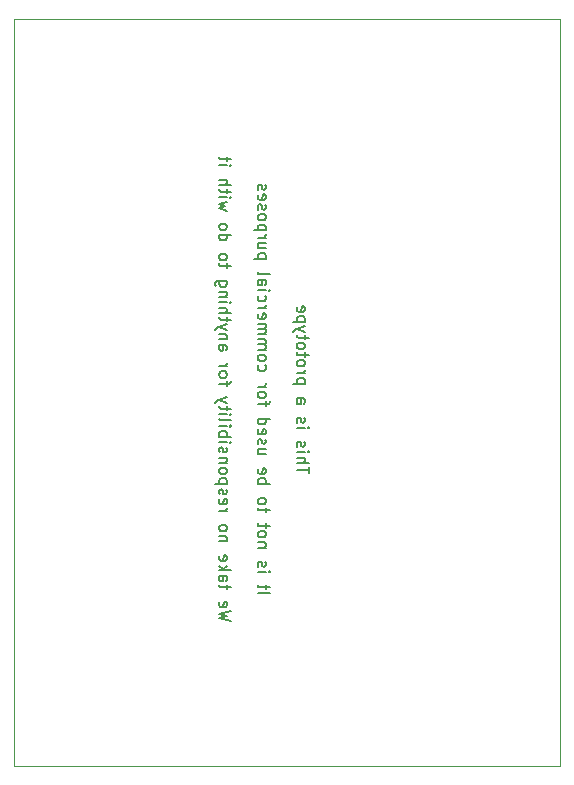
<source format=gbr>
%TF.GenerationSoftware,KiCad,Pcbnew,(5.1.5)-3*%
%TF.CreationDate,2020-04-11T16:30:29+01:00*%
%TF.ProjectId,EPCTest2,45504354-6573-4743-922e-6b696361645f,rev?*%
%TF.SameCoordinates,Original*%
%TF.FileFunction,Legend,Bot*%
%TF.FilePolarity,Positive*%
%FSLAX46Y46*%
G04 Gerber Fmt 4.6, Leading zero omitted, Abs format (unit mm)*
G04 Created by KiCad (PCBNEW (5.1.5)-3) date 2020-04-11 16:30:29*
%MOMM*%
%LPD*%
G04 APERTURE LIST*
%ADD10C,0.150000*%
%TA.AperFunction,Profile*%
%ADD11C,0.100000*%
%TD*%
G04 APERTURE END LIST*
D10*
X71665619Y-103258047D02*
X71665619Y-102686619D01*
X70665619Y-102972333D02*
X71665619Y-102972333D01*
X70665619Y-102353285D02*
X71665619Y-102353285D01*
X70665619Y-101924714D02*
X71189428Y-101924714D01*
X71284666Y-101972333D01*
X71332285Y-102067571D01*
X71332285Y-102210428D01*
X71284666Y-102305666D01*
X71237047Y-102353285D01*
X70665619Y-101448523D02*
X71332285Y-101448523D01*
X71665619Y-101448523D02*
X71618000Y-101496142D01*
X71570380Y-101448523D01*
X71618000Y-101400904D01*
X71665619Y-101448523D01*
X71570380Y-101448523D01*
X70713238Y-101019952D02*
X70665619Y-100924714D01*
X70665619Y-100734238D01*
X70713238Y-100639000D01*
X70808476Y-100591380D01*
X70856095Y-100591380D01*
X70951333Y-100639000D01*
X70998952Y-100734238D01*
X70998952Y-100877095D01*
X71046571Y-100972333D01*
X71141809Y-101019952D01*
X71189428Y-101019952D01*
X71284666Y-100972333D01*
X71332285Y-100877095D01*
X71332285Y-100734238D01*
X71284666Y-100639000D01*
X70665619Y-99400904D02*
X71332285Y-99400904D01*
X71665619Y-99400904D02*
X71618000Y-99448523D01*
X71570380Y-99400904D01*
X71618000Y-99353285D01*
X71665619Y-99400904D01*
X71570380Y-99400904D01*
X70713238Y-98972333D02*
X70665619Y-98877095D01*
X70665619Y-98686619D01*
X70713238Y-98591380D01*
X70808476Y-98543761D01*
X70856095Y-98543761D01*
X70951333Y-98591380D01*
X70998952Y-98686619D01*
X70998952Y-98829476D01*
X71046571Y-98924714D01*
X71141809Y-98972333D01*
X71189428Y-98972333D01*
X71284666Y-98924714D01*
X71332285Y-98829476D01*
X71332285Y-98686619D01*
X71284666Y-98591380D01*
X70665619Y-96924714D02*
X71189428Y-96924714D01*
X71284666Y-96972333D01*
X71332285Y-97067571D01*
X71332285Y-97258047D01*
X71284666Y-97353285D01*
X70713238Y-96924714D02*
X70665619Y-97019952D01*
X70665619Y-97258047D01*
X70713238Y-97353285D01*
X70808476Y-97400904D01*
X70903714Y-97400904D01*
X70998952Y-97353285D01*
X71046571Y-97258047D01*
X71046571Y-97019952D01*
X71094190Y-96924714D01*
X71332285Y-95686619D02*
X70332285Y-95686619D01*
X71284666Y-95686619D02*
X71332285Y-95591380D01*
X71332285Y-95400904D01*
X71284666Y-95305666D01*
X71237047Y-95258047D01*
X71141809Y-95210428D01*
X70856095Y-95210428D01*
X70760857Y-95258047D01*
X70713238Y-95305666D01*
X70665619Y-95400904D01*
X70665619Y-95591380D01*
X70713238Y-95686619D01*
X70665619Y-94781857D02*
X71332285Y-94781857D01*
X71141809Y-94781857D02*
X71237047Y-94734238D01*
X71284666Y-94686619D01*
X71332285Y-94591380D01*
X71332285Y-94496142D01*
X70665619Y-94019952D02*
X70713238Y-94115190D01*
X70760857Y-94162809D01*
X70856095Y-94210428D01*
X71141809Y-94210428D01*
X71237047Y-94162809D01*
X71284666Y-94115190D01*
X71332285Y-94019952D01*
X71332285Y-93877095D01*
X71284666Y-93781857D01*
X71237047Y-93734238D01*
X71141809Y-93686619D01*
X70856095Y-93686619D01*
X70760857Y-93734238D01*
X70713238Y-93781857D01*
X70665619Y-93877095D01*
X70665619Y-94019952D01*
X71332285Y-93400904D02*
X71332285Y-93019952D01*
X71665619Y-93258047D02*
X70808476Y-93258047D01*
X70713238Y-93210428D01*
X70665619Y-93115190D01*
X70665619Y-93019952D01*
X70665619Y-92543761D02*
X70713238Y-92639000D01*
X70760857Y-92686619D01*
X70856095Y-92734238D01*
X71141809Y-92734238D01*
X71237047Y-92686619D01*
X71284666Y-92639000D01*
X71332285Y-92543761D01*
X71332285Y-92400904D01*
X71284666Y-92305666D01*
X71237047Y-92258047D01*
X71141809Y-92210428D01*
X70856095Y-92210428D01*
X70760857Y-92258047D01*
X70713238Y-92305666D01*
X70665619Y-92400904D01*
X70665619Y-92543761D01*
X71332285Y-91924714D02*
X71332285Y-91543761D01*
X71665619Y-91781857D02*
X70808476Y-91781857D01*
X70713238Y-91734238D01*
X70665619Y-91639000D01*
X70665619Y-91543761D01*
X71332285Y-91305666D02*
X70665619Y-91067571D01*
X71332285Y-90829476D02*
X70665619Y-91067571D01*
X70427523Y-91162809D01*
X70379904Y-91210428D01*
X70332285Y-91305666D01*
X71332285Y-90448523D02*
X70332285Y-90448523D01*
X71284666Y-90448523D02*
X71332285Y-90353285D01*
X71332285Y-90162809D01*
X71284666Y-90067571D01*
X71237047Y-90019952D01*
X71141809Y-89972333D01*
X70856095Y-89972333D01*
X70760857Y-90019952D01*
X70713238Y-90067571D01*
X70665619Y-90162809D01*
X70665619Y-90353285D01*
X70713238Y-90448523D01*
X70713238Y-89162809D02*
X70665619Y-89258047D01*
X70665619Y-89448523D01*
X70713238Y-89543761D01*
X70808476Y-89591380D01*
X71189428Y-89591380D01*
X71284666Y-89543761D01*
X71332285Y-89448523D01*
X71332285Y-89258047D01*
X71284666Y-89162809D01*
X71189428Y-89115190D01*
X71094190Y-89115190D01*
X70998952Y-89591380D01*
X67365619Y-113400904D02*
X68365619Y-113400904D01*
X68032285Y-113067571D02*
X68032285Y-112686619D01*
X68365619Y-112924714D02*
X67508476Y-112924714D01*
X67413238Y-112877095D01*
X67365619Y-112781857D01*
X67365619Y-112686619D01*
X67365619Y-111591380D02*
X68032285Y-111591380D01*
X68365619Y-111591380D02*
X68318000Y-111639000D01*
X68270380Y-111591380D01*
X68318000Y-111543761D01*
X68365619Y-111591380D01*
X68270380Y-111591380D01*
X67413238Y-111162809D02*
X67365619Y-111067571D01*
X67365619Y-110877095D01*
X67413238Y-110781857D01*
X67508476Y-110734238D01*
X67556095Y-110734238D01*
X67651333Y-110781857D01*
X67698952Y-110877095D01*
X67698952Y-111019952D01*
X67746571Y-111115190D01*
X67841809Y-111162809D01*
X67889428Y-111162809D01*
X67984666Y-111115190D01*
X68032285Y-111019952D01*
X68032285Y-110877095D01*
X67984666Y-110781857D01*
X68032285Y-109543761D02*
X67365619Y-109543761D01*
X67937047Y-109543761D02*
X67984666Y-109496142D01*
X68032285Y-109400904D01*
X68032285Y-109258047D01*
X67984666Y-109162809D01*
X67889428Y-109115190D01*
X67365619Y-109115190D01*
X67365619Y-108496142D02*
X67413238Y-108591380D01*
X67460857Y-108639000D01*
X67556095Y-108686619D01*
X67841809Y-108686619D01*
X67937047Y-108639000D01*
X67984666Y-108591380D01*
X68032285Y-108496142D01*
X68032285Y-108353285D01*
X67984666Y-108258047D01*
X67937047Y-108210428D01*
X67841809Y-108162809D01*
X67556095Y-108162809D01*
X67460857Y-108210428D01*
X67413238Y-108258047D01*
X67365619Y-108353285D01*
X67365619Y-108496142D01*
X68032285Y-107877095D02*
X68032285Y-107496142D01*
X68365619Y-107734238D02*
X67508476Y-107734238D01*
X67413238Y-107686619D01*
X67365619Y-107591380D01*
X67365619Y-107496142D01*
X68032285Y-106543761D02*
X68032285Y-106162809D01*
X68365619Y-106400904D02*
X67508476Y-106400904D01*
X67413238Y-106353285D01*
X67365619Y-106258047D01*
X67365619Y-106162809D01*
X67365619Y-105686619D02*
X67413238Y-105781857D01*
X67460857Y-105829476D01*
X67556095Y-105877095D01*
X67841809Y-105877095D01*
X67937047Y-105829476D01*
X67984666Y-105781857D01*
X68032285Y-105686619D01*
X68032285Y-105543761D01*
X67984666Y-105448523D01*
X67937047Y-105400904D01*
X67841809Y-105353285D01*
X67556095Y-105353285D01*
X67460857Y-105400904D01*
X67413238Y-105448523D01*
X67365619Y-105543761D01*
X67365619Y-105686619D01*
X67365619Y-104162809D02*
X68365619Y-104162809D01*
X67984666Y-104162809D02*
X68032285Y-104067571D01*
X68032285Y-103877095D01*
X67984666Y-103781857D01*
X67937047Y-103734238D01*
X67841809Y-103686619D01*
X67556095Y-103686619D01*
X67460857Y-103734238D01*
X67413238Y-103781857D01*
X67365619Y-103877095D01*
X67365619Y-104067571D01*
X67413238Y-104162809D01*
X67413238Y-102877095D02*
X67365619Y-102972333D01*
X67365619Y-103162809D01*
X67413238Y-103258047D01*
X67508476Y-103305666D01*
X67889428Y-103305666D01*
X67984666Y-103258047D01*
X68032285Y-103162809D01*
X68032285Y-102972333D01*
X67984666Y-102877095D01*
X67889428Y-102829476D01*
X67794190Y-102829476D01*
X67698952Y-103305666D01*
X68032285Y-101210428D02*
X67365619Y-101210428D01*
X68032285Y-101639000D02*
X67508476Y-101639000D01*
X67413238Y-101591380D01*
X67365619Y-101496142D01*
X67365619Y-101353285D01*
X67413238Y-101258047D01*
X67460857Y-101210428D01*
X67413238Y-100781857D02*
X67365619Y-100686619D01*
X67365619Y-100496142D01*
X67413238Y-100400904D01*
X67508476Y-100353285D01*
X67556095Y-100353285D01*
X67651333Y-100400904D01*
X67698952Y-100496142D01*
X67698952Y-100639000D01*
X67746571Y-100734238D01*
X67841809Y-100781857D01*
X67889428Y-100781857D01*
X67984666Y-100734238D01*
X68032285Y-100639000D01*
X68032285Y-100496142D01*
X67984666Y-100400904D01*
X67413238Y-99543761D02*
X67365619Y-99639000D01*
X67365619Y-99829476D01*
X67413238Y-99924714D01*
X67508476Y-99972333D01*
X67889428Y-99972333D01*
X67984666Y-99924714D01*
X68032285Y-99829476D01*
X68032285Y-99639000D01*
X67984666Y-99543761D01*
X67889428Y-99496142D01*
X67794190Y-99496142D01*
X67698952Y-99972333D01*
X67365619Y-98639000D02*
X68365619Y-98639000D01*
X67413238Y-98639000D02*
X67365619Y-98734238D01*
X67365619Y-98924714D01*
X67413238Y-99019952D01*
X67460857Y-99067571D01*
X67556095Y-99115190D01*
X67841809Y-99115190D01*
X67937047Y-99067571D01*
X67984666Y-99019952D01*
X68032285Y-98924714D01*
X68032285Y-98734238D01*
X67984666Y-98639000D01*
X68032285Y-97543761D02*
X68032285Y-97162809D01*
X67365619Y-97400904D02*
X68222761Y-97400904D01*
X68318000Y-97353285D01*
X68365619Y-97258047D01*
X68365619Y-97162809D01*
X67365619Y-96686619D02*
X67413238Y-96781857D01*
X67460857Y-96829476D01*
X67556095Y-96877095D01*
X67841809Y-96877095D01*
X67937047Y-96829476D01*
X67984666Y-96781857D01*
X68032285Y-96686619D01*
X68032285Y-96543761D01*
X67984666Y-96448523D01*
X67937047Y-96400904D01*
X67841809Y-96353285D01*
X67556095Y-96353285D01*
X67460857Y-96400904D01*
X67413238Y-96448523D01*
X67365619Y-96543761D01*
X67365619Y-96686619D01*
X67365619Y-95924714D02*
X68032285Y-95924714D01*
X67841809Y-95924714D02*
X67937047Y-95877095D01*
X67984666Y-95829476D01*
X68032285Y-95734238D01*
X68032285Y-95639000D01*
X67413238Y-94115190D02*
X67365619Y-94210428D01*
X67365619Y-94400904D01*
X67413238Y-94496142D01*
X67460857Y-94543761D01*
X67556095Y-94591380D01*
X67841809Y-94591380D01*
X67937047Y-94543761D01*
X67984666Y-94496142D01*
X68032285Y-94400904D01*
X68032285Y-94210428D01*
X67984666Y-94115190D01*
X67365619Y-93543761D02*
X67413238Y-93639000D01*
X67460857Y-93686619D01*
X67556095Y-93734238D01*
X67841809Y-93734238D01*
X67937047Y-93686619D01*
X67984666Y-93639000D01*
X68032285Y-93543761D01*
X68032285Y-93400904D01*
X67984666Y-93305666D01*
X67937047Y-93258047D01*
X67841809Y-93210428D01*
X67556095Y-93210428D01*
X67460857Y-93258047D01*
X67413238Y-93305666D01*
X67365619Y-93400904D01*
X67365619Y-93543761D01*
X67365619Y-92781857D02*
X68032285Y-92781857D01*
X67937047Y-92781857D02*
X67984666Y-92734238D01*
X68032285Y-92639000D01*
X68032285Y-92496142D01*
X67984666Y-92400904D01*
X67889428Y-92353285D01*
X67365619Y-92353285D01*
X67889428Y-92353285D02*
X67984666Y-92305666D01*
X68032285Y-92210428D01*
X68032285Y-92067571D01*
X67984666Y-91972333D01*
X67889428Y-91924714D01*
X67365619Y-91924714D01*
X67365619Y-91448523D02*
X68032285Y-91448523D01*
X67937047Y-91448523D02*
X67984666Y-91400904D01*
X68032285Y-91305666D01*
X68032285Y-91162809D01*
X67984666Y-91067571D01*
X67889428Y-91019952D01*
X67365619Y-91019952D01*
X67889428Y-91019952D02*
X67984666Y-90972333D01*
X68032285Y-90877095D01*
X68032285Y-90734238D01*
X67984666Y-90639000D01*
X67889428Y-90591380D01*
X67365619Y-90591380D01*
X67413238Y-89734238D02*
X67365619Y-89829476D01*
X67365619Y-90019952D01*
X67413238Y-90115190D01*
X67508476Y-90162809D01*
X67889428Y-90162809D01*
X67984666Y-90115190D01*
X68032285Y-90019952D01*
X68032285Y-89829476D01*
X67984666Y-89734238D01*
X67889428Y-89686619D01*
X67794190Y-89686619D01*
X67698952Y-90162809D01*
X67365619Y-89258047D02*
X68032285Y-89258047D01*
X67841809Y-89258047D02*
X67937047Y-89210428D01*
X67984666Y-89162809D01*
X68032285Y-89067571D01*
X68032285Y-88972333D01*
X67413238Y-88210428D02*
X67365619Y-88305666D01*
X67365619Y-88496142D01*
X67413238Y-88591380D01*
X67460857Y-88639000D01*
X67556095Y-88686619D01*
X67841809Y-88686619D01*
X67937047Y-88639000D01*
X67984666Y-88591380D01*
X68032285Y-88496142D01*
X68032285Y-88305666D01*
X67984666Y-88210428D01*
X67365619Y-87781857D02*
X68032285Y-87781857D01*
X68365619Y-87781857D02*
X68318000Y-87829476D01*
X68270380Y-87781857D01*
X68318000Y-87734238D01*
X68365619Y-87781857D01*
X68270380Y-87781857D01*
X67365619Y-86877095D02*
X67889428Y-86877095D01*
X67984666Y-86924714D01*
X68032285Y-87019952D01*
X68032285Y-87210428D01*
X67984666Y-87305666D01*
X67413238Y-86877095D02*
X67365619Y-86972333D01*
X67365619Y-87210428D01*
X67413238Y-87305666D01*
X67508476Y-87353285D01*
X67603714Y-87353285D01*
X67698952Y-87305666D01*
X67746571Y-87210428D01*
X67746571Y-86972333D01*
X67794190Y-86877095D01*
X67365619Y-86258047D02*
X67413238Y-86353285D01*
X67508476Y-86400904D01*
X68365619Y-86400904D01*
X68032285Y-85115190D02*
X67032285Y-85115190D01*
X67984666Y-85115190D02*
X68032285Y-85019952D01*
X68032285Y-84829476D01*
X67984666Y-84734238D01*
X67937047Y-84686619D01*
X67841809Y-84639000D01*
X67556095Y-84639000D01*
X67460857Y-84686619D01*
X67413238Y-84734238D01*
X67365619Y-84829476D01*
X67365619Y-85019952D01*
X67413238Y-85115190D01*
X68032285Y-83781857D02*
X67365619Y-83781857D01*
X68032285Y-84210428D02*
X67508476Y-84210428D01*
X67413238Y-84162809D01*
X67365619Y-84067571D01*
X67365619Y-83924714D01*
X67413238Y-83829476D01*
X67460857Y-83781857D01*
X67365619Y-83305666D02*
X68032285Y-83305666D01*
X67841809Y-83305666D02*
X67937047Y-83258047D01*
X67984666Y-83210428D01*
X68032285Y-83115190D01*
X68032285Y-83019952D01*
X68032285Y-82686619D02*
X67032285Y-82686619D01*
X67984666Y-82686619D02*
X68032285Y-82591380D01*
X68032285Y-82400904D01*
X67984666Y-82305666D01*
X67937047Y-82258047D01*
X67841809Y-82210428D01*
X67556095Y-82210428D01*
X67460857Y-82258047D01*
X67413238Y-82305666D01*
X67365619Y-82400904D01*
X67365619Y-82591380D01*
X67413238Y-82686619D01*
X67365619Y-81639000D02*
X67413238Y-81734238D01*
X67460857Y-81781857D01*
X67556095Y-81829476D01*
X67841809Y-81829476D01*
X67937047Y-81781857D01*
X67984666Y-81734238D01*
X68032285Y-81639000D01*
X68032285Y-81496142D01*
X67984666Y-81400904D01*
X67937047Y-81353285D01*
X67841809Y-81305666D01*
X67556095Y-81305666D01*
X67460857Y-81353285D01*
X67413238Y-81400904D01*
X67365619Y-81496142D01*
X67365619Y-81639000D01*
X67413238Y-80924714D02*
X67365619Y-80829476D01*
X67365619Y-80639000D01*
X67413238Y-80543761D01*
X67508476Y-80496142D01*
X67556095Y-80496142D01*
X67651333Y-80543761D01*
X67698952Y-80639000D01*
X67698952Y-80781857D01*
X67746571Y-80877095D01*
X67841809Y-80924714D01*
X67889428Y-80924714D01*
X67984666Y-80877095D01*
X68032285Y-80781857D01*
X68032285Y-80639000D01*
X67984666Y-80543761D01*
X67413238Y-79686619D02*
X67365619Y-79781857D01*
X67365619Y-79972333D01*
X67413238Y-80067571D01*
X67508476Y-80115190D01*
X67889428Y-80115190D01*
X67984666Y-80067571D01*
X68032285Y-79972333D01*
X68032285Y-79781857D01*
X67984666Y-79686619D01*
X67889428Y-79639000D01*
X67794190Y-79639000D01*
X67698952Y-80115190D01*
X67413238Y-79258047D02*
X67365619Y-79162809D01*
X67365619Y-78972333D01*
X67413238Y-78877095D01*
X67508476Y-78829476D01*
X67556095Y-78829476D01*
X67651333Y-78877095D01*
X67698952Y-78972333D01*
X67698952Y-79115190D01*
X67746571Y-79210428D01*
X67841809Y-79258047D01*
X67889428Y-79258047D01*
X67984666Y-79210428D01*
X68032285Y-79115190D01*
X68032285Y-78972333D01*
X67984666Y-78877095D01*
X65065619Y-115781857D02*
X64065619Y-115543761D01*
X64779904Y-115353285D01*
X64065619Y-115162809D01*
X65065619Y-114924714D01*
X64113238Y-114162809D02*
X64065619Y-114258047D01*
X64065619Y-114448523D01*
X64113238Y-114543761D01*
X64208476Y-114591380D01*
X64589428Y-114591380D01*
X64684666Y-114543761D01*
X64732285Y-114448523D01*
X64732285Y-114258047D01*
X64684666Y-114162809D01*
X64589428Y-114115190D01*
X64494190Y-114115190D01*
X64398952Y-114591380D01*
X64732285Y-113067571D02*
X64732285Y-112686619D01*
X65065619Y-112924714D02*
X64208476Y-112924714D01*
X64113238Y-112877095D01*
X64065619Y-112781857D01*
X64065619Y-112686619D01*
X64065619Y-111924714D02*
X64589428Y-111924714D01*
X64684666Y-111972333D01*
X64732285Y-112067571D01*
X64732285Y-112258047D01*
X64684666Y-112353285D01*
X64113238Y-111924714D02*
X64065619Y-112019952D01*
X64065619Y-112258047D01*
X64113238Y-112353285D01*
X64208476Y-112400904D01*
X64303714Y-112400904D01*
X64398952Y-112353285D01*
X64446571Y-112258047D01*
X64446571Y-112019952D01*
X64494190Y-111924714D01*
X64065619Y-111448523D02*
X65065619Y-111448523D01*
X64446571Y-111353285D02*
X64065619Y-111067571D01*
X64732285Y-111067571D02*
X64351333Y-111448523D01*
X64113238Y-110258047D02*
X64065619Y-110353285D01*
X64065619Y-110543761D01*
X64113238Y-110639000D01*
X64208476Y-110686619D01*
X64589428Y-110686619D01*
X64684666Y-110639000D01*
X64732285Y-110543761D01*
X64732285Y-110353285D01*
X64684666Y-110258047D01*
X64589428Y-110210428D01*
X64494190Y-110210428D01*
X64398952Y-110686619D01*
X64732285Y-109019952D02*
X64065619Y-109019952D01*
X64637047Y-109019952D02*
X64684666Y-108972333D01*
X64732285Y-108877095D01*
X64732285Y-108734238D01*
X64684666Y-108639000D01*
X64589428Y-108591380D01*
X64065619Y-108591380D01*
X64065619Y-107972333D02*
X64113238Y-108067571D01*
X64160857Y-108115190D01*
X64256095Y-108162809D01*
X64541809Y-108162809D01*
X64637047Y-108115190D01*
X64684666Y-108067571D01*
X64732285Y-107972333D01*
X64732285Y-107829476D01*
X64684666Y-107734238D01*
X64637047Y-107686619D01*
X64541809Y-107639000D01*
X64256095Y-107639000D01*
X64160857Y-107686619D01*
X64113238Y-107734238D01*
X64065619Y-107829476D01*
X64065619Y-107972333D01*
X64065619Y-106448523D02*
X64732285Y-106448523D01*
X64541809Y-106448523D02*
X64637047Y-106400904D01*
X64684666Y-106353285D01*
X64732285Y-106258047D01*
X64732285Y-106162809D01*
X64113238Y-105448523D02*
X64065619Y-105543761D01*
X64065619Y-105734238D01*
X64113238Y-105829476D01*
X64208476Y-105877095D01*
X64589428Y-105877095D01*
X64684666Y-105829476D01*
X64732285Y-105734238D01*
X64732285Y-105543761D01*
X64684666Y-105448523D01*
X64589428Y-105400904D01*
X64494190Y-105400904D01*
X64398952Y-105877095D01*
X64113238Y-105019952D02*
X64065619Y-104924714D01*
X64065619Y-104734238D01*
X64113238Y-104639000D01*
X64208476Y-104591380D01*
X64256095Y-104591380D01*
X64351333Y-104639000D01*
X64398952Y-104734238D01*
X64398952Y-104877095D01*
X64446571Y-104972333D01*
X64541809Y-105019952D01*
X64589428Y-105019952D01*
X64684666Y-104972333D01*
X64732285Y-104877095D01*
X64732285Y-104734238D01*
X64684666Y-104639000D01*
X64732285Y-104162809D02*
X63732285Y-104162809D01*
X64684666Y-104162809D02*
X64732285Y-104067571D01*
X64732285Y-103877095D01*
X64684666Y-103781857D01*
X64637047Y-103734238D01*
X64541809Y-103686619D01*
X64256095Y-103686619D01*
X64160857Y-103734238D01*
X64113238Y-103781857D01*
X64065619Y-103877095D01*
X64065619Y-104067571D01*
X64113238Y-104162809D01*
X64065619Y-103115190D02*
X64113238Y-103210428D01*
X64160857Y-103258047D01*
X64256095Y-103305666D01*
X64541809Y-103305666D01*
X64637047Y-103258047D01*
X64684666Y-103210428D01*
X64732285Y-103115190D01*
X64732285Y-102972333D01*
X64684666Y-102877095D01*
X64637047Y-102829476D01*
X64541809Y-102781857D01*
X64256095Y-102781857D01*
X64160857Y-102829476D01*
X64113238Y-102877095D01*
X64065619Y-102972333D01*
X64065619Y-103115190D01*
X64732285Y-102353285D02*
X64065619Y-102353285D01*
X64637047Y-102353285D02*
X64684666Y-102305666D01*
X64732285Y-102210428D01*
X64732285Y-102067571D01*
X64684666Y-101972333D01*
X64589428Y-101924714D01*
X64065619Y-101924714D01*
X64113238Y-101496142D02*
X64065619Y-101400904D01*
X64065619Y-101210428D01*
X64113238Y-101115190D01*
X64208476Y-101067571D01*
X64256095Y-101067571D01*
X64351333Y-101115190D01*
X64398952Y-101210428D01*
X64398952Y-101353285D01*
X64446571Y-101448523D01*
X64541809Y-101496142D01*
X64589428Y-101496142D01*
X64684666Y-101448523D01*
X64732285Y-101353285D01*
X64732285Y-101210428D01*
X64684666Y-101115190D01*
X64065619Y-100639000D02*
X64732285Y-100639000D01*
X65065619Y-100639000D02*
X65018000Y-100686619D01*
X64970380Y-100639000D01*
X65018000Y-100591380D01*
X65065619Y-100639000D01*
X64970380Y-100639000D01*
X64065619Y-100162809D02*
X65065619Y-100162809D01*
X64684666Y-100162809D02*
X64732285Y-100067571D01*
X64732285Y-99877095D01*
X64684666Y-99781857D01*
X64637047Y-99734238D01*
X64541809Y-99686619D01*
X64256095Y-99686619D01*
X64160857Y-99734238D01*
X64113238Y-99781857D01*
X64065619Y-99877095D01*
X64065619Y-100067571D01*
X64113238Y-100162809D01*
X64065619Y-99258047D02*
X64732285Y-99258047D01*
X65065619Y-99258047D02*
X65018000Y-99305666D01*
X64970380Y-99258047D01*
X65018000Y-99210428D01*
X65065619Y-99258047D01*
X64970380Y-99258047D01*
X64065619Y-98639000D02*
X64113238Y-98734238D01*
X64208476Y-98781857D01*
X65065619Y-98781857D01*
X64065619Y-98258047D02*
X64732285Y-98258047D01*
X65065619Y-98258047D02*
X65018000Y-98305666D01*
X64970380Y-98258047D01*
X65018000Y-98210428D01*
X65065619Y-98258047D01*
X64970380Y-98258047D01*
X64732285Y-97924714D02*
X64732285Y-97543761D01*
X65065619Y-97781857D02*
X64208476Y-97781857D01*
X64113238Y-97734238D01*
X64065619Y-97639000D01*
X64065619Y-97543761D01*
X64732285Y-97305666D02*
X64065619Y-97067571D01*
X64732285Y-96829476D02*
X64065619Y-97067571D01*
X63827523Y-97162809D01*
X63779904Y-97210428D01*
X63732285Y-97305666D01*
X64732285Y-95829476D02*
X64732285Y-95448523D01*
X64065619Y-95686619D02*
X64922761Y-95686619D01*
X65018000Y-95639000D01*
X65065619Y-95543761D01*
X65065619Y-95448523D01*
X64065619Y-94972333D02*
X64113238Y-95067571D01*
X64160857Y-95115190D01*
X64256095Y-95162809D01*
X64541809Y-95162809D01*
X64637047Y-95115190D01*
X64684666Y-95067571D01*
X64732285Y-94972333D01*
X64732285Y-94829476D01*
X64684666Y-94734238D01*
X64637047Y-94686619D01*
X64541809Y-94639000D01*
X64256095Y-94639000D01*
X64160857Y-94686619D01*
X64113238Y-94734238D01*
X64065619Y-94829476D01*
X64065619Y-94972333D01*
X64065619Y-94210428D02*
X64732285Y-94210428D01*
X64541809Y-94210428D02*
X64637047Y-94162809D01*
X64684666Y-94115190D01*
X64732285Y-94019952D01*
X64732285Y-93924714D01*
X64065619Y-92400904D02*
X64589428Y-92400904D01*
X64684666Y-92448523D01*
X64732285Y-92543761D01*
X64732285Y-92734238D01*
X64684666Y-92829476D01*
X64113238Y-92400904D02*
X64065619Y-92496142D01*
X64065619Y-92734238D01*
X64113238Y-92829476D01*
X64208476Y-92877095D01*
X64303714Y-92877095D01*
X64398952Y-92829476D01*
X64446571Y-92734238D01*
X64446571Y-92496142D01*
X64494190Y-92400904D01*
X64732285Y-91924714D02*
X64065619Y-91924714D01*
X64637047Y-91924714D02*
X64684666Y-91877095D01*
X64732285Y-91781857D01*
X64732285Y-91639000D01*
X64684666Y-91543761D01*
X64589428Y-91496142D01*
X64065619Y-91496142D01*
X64732285Y-91115190D02*
X64065619Y-90877095D01*
X64732285Y-90639000D02*
X64065619Y-90877095D01*
X63827523Y-90972333D01*
X63779904Y-91019952D01*
X63732285Y-91115190D01*
X64732285Y-90400904D02*
X64732285Y-90019952D01*
X65065619Y-90258047D02*
X64208476Y-90258047D01*
X64113238Y-90210428D01*
X64065619Y-90115190D01*
X64065619Y-90019952D01*
X64065619Y-89686619D02*
X65065619Y-89686619D01*
X64065619Y-89258047D02*
X64589428Y-89258047D01*
X64684666Y-89305666D01*
X64732285Y-89400904D01*
X64732285Y-89543761D01*
X64684666Y-89639000D01*
X64637047Y-89686619D01*
X64065619Y-88781857D02*
X64732285Y-88781857D01*
X65065619Y-88781857D02*
X65018000Y-88829476D01*
X64970380Y-88781857D01*
X65018000Y-88734238D01*
X65065619Y-88781857D01*
X64970380Y-88781857D01*
X64732285Y-88305666D02*
X64065619Y-88305666D01*
X64637047Y-88305666D02*
X64684666Y-88258047D01*
X64732285Y-88162809D01*
X64732285Y-88019952D01*
X64684666Y-87924714D01*
X64589428Y-87877095D01*
X64065619Y-87877095D01*
X64732285Y-86972333D02*
X63922761Y-86972333D01*
X63827523Y-87019952D01*
X63779904Y-87067571D01*
X63732285Y-87162809D01*
X63732285Y-87305666D01*
X63779904Y-87400904D01*
X64113238Y-86972333D02*
X64065619Y-87067571D01*
X64065619Y-87258047D01*
X64113238Y-87353285D01*
X64160857Y-87400904D01*
X64256095Y-87448523D01*
X64541809Y-87448523D01*
X64637047Y-87400904D01*
X64684666Y-87353285D01*
X64732285Y-87258047D01*
X64732285Y-87067571D01*
X64684666Y-86972333D01*
X64732285Y-85877095D02*
X64732285Y-85496142D01*
X65065619Y-85734238D02*
X64208476Y-85734238D01*
X64113238Y-85686619D01*
X64065619Y-85591380D01*
X64065619Y-85496142D01*
X64065619Y-85019952D02*
X64113238Y-85115190D01*
X64160857Y-85162809D01*
X64256095Y-85210428D01*
X64541809Y-85210428D01*
X64637047Y-85162809D01*
X64684666Y-85115190D01*
X64732285Y-85019952D01*
X64732285Y-84877095D01*
X64684666Y-84781857D01*
X64637047Y-84734238D01*
X64541809Y-84686619D01*
X64256095Y-84686619D01*
X64160857Y-84734238D01*
X64113238Y-84781857D01*
X64065619Y-84877095D01*
X64065619Y-85019952D01*
X64065619Y-83067571D02*
X65065619Y-83067571D01*
X64113238Y-83067571D02*
X64065619Y-83162809D01*
X64065619Y-83353285D01*
X64113238Y-83448523D01*
X64160857Y-83496142D01*
X64256095Y-83543761D01*
X64541809Y-83543761D01*
X64637047Y-83496142D01*
X64684666Y-83448523D01*
X64732285Y-83353285D01*
X64732285Y-83162809D01*
X64684666Y-83067571D01*
X64065619Y-82448523D02*
X64113238Y-82543761D01*
X64160857Y-82591380D01*
X64256095Y-82639000D01*
X64541809Y-82639000D01*
X64637047Y-82591380D01*
X64684666Y-82543761D01*
X64732285Y-82448523D01*
X64732285Y-82305666D01*
X64684666Y-82210428D01*
X64637047Y-82162809D01*
X64541809Y-82115190D01*
X64256095Y-82115190D01*
X64160857Y-82162809D01*
X64113238Y-82210428D01*
X64065619Y-82305666D01*
X64065619Y-82448523D01*
X64732285Y-81019952D02*
X64065619Y-80829476D01*
X64541809Y-80639000D01*
X64065619Y-80448523D01*
X64732285Y-80258047D01*
X64065619Y-79877095D02*
X64732285Y-79877095D01*
X65065619Y-79877095D02*
X65018000Y-79924714D01*
X64970380Y-79877095D01*
X65018000Y-79829476D01*
X65065619Y-79877095D01*
X64970380Y-79877095D01*
X64732285Y-79543761D02*
X64732285Y-79162809D01*
X65065619Y-79400904D02*
X64208476Y-79400904D01*
X64113238Y-79353285D01*
X64065619Y-79258047D01*
X64065619Y-79162809D01*
X64065619Y-78829476D02*
X65065619Y-78829476D01*
X64065619Y-78400904D02*
X64589428Y-78400904D01*
X64684666Y-78448523D01*
X64732285Y-78543761D01*
X64732285Y-78686619D01*
X64684666Y-78781857D01*
X64637047Y-78829476D01*
X64065619Y-77162809D02*
X64732285Y-77162809D01*
X65065619Y-77162809D02*
X65018000Y-77210428D01*
X64970380Y-77162809D01*
X65018000Y-77115190D01*
X65065619Y-77162809D01*
X64970380Y-77162809D01*
X64732285Y-76829476D02*
X64732285Y-76448523D01*
X65065619Y-76686619D02*
X64208476Y-76686619D01*
X64113238Y-76639000D01*
X64065619Y-76543761D01*
X64065619Y-76448523D01*
D11*
X92964000Y-64770000D02*
X92964000Y-128016000D01*
X46736000Y-64770000D02*
X92964000Y-64770000D01*
X46736000Y-128016000D02*
X46736000Y-64770000D01*
X92964000Y-128016000D02*
X46736000Y-128016000D01*
M02*

</source>
